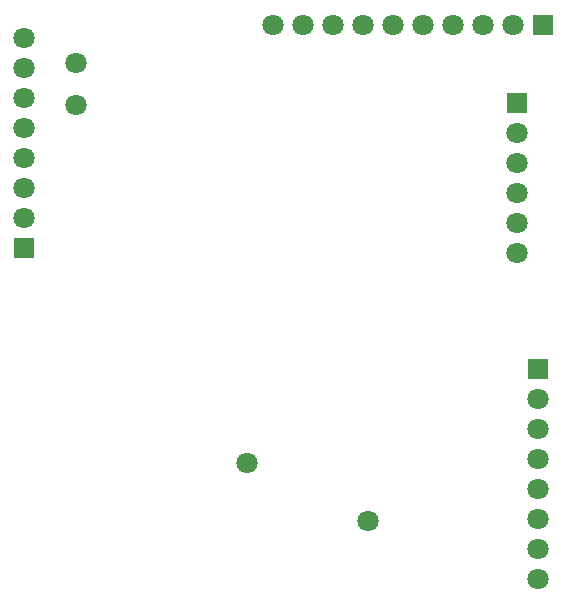
<source format=gts>
G04 #@! TF.FileFunction,Soldermask,Top*
%FSLAX46Y46*%
G04 Gerber Fmt 4.6, Leading zero omitted, Abs format (unit mm)*
G04 Created by KiCad (PCBNEW (2016-08-20 BZR 7083)-product) date Fri Jun  8 01:00:13 2018*
%MOMM*%
%LPD*%
G01*
G04 APERTURE LIST*
%ADD10C,0.100000*%
%ADD11C,1.800000*%
%ADD12R,1.800000X1.800000*%
G04 APERTURE END LIST*
D10*
D11*
X5900000Y45300000D03*
X5900000Y41700000D03*
X30600000Y6500000D03*
X20400000Y11400000D03*
X43200000Y29250000D03*
X43200000Y31790000D03*
X43200000Y34330000D03*
X43200000Y36870000D03*
D12*
X43200000Y41950000D03*
D11*
X43200000Y39410000D03*
X1500000Y47390000D03*
X1500000Y44850000D03*
X1500000Y42310000D03*
X1500000Y39770000D03*
X1500000Y37230000D03*
X1500000Y34690000D03*
D12*
X1500000Y29610000D03*
D11*
X1500000Y32150000D03*
X22570000Y48500000D03*
X25110000Y48500000D03*
X27650000Y48500000D03*
X30190000Y48500000D03*
X32730000Y48500000D03*
X35270000Y48500000D03*
X37810000Y48500000D03*
X40350000Y48500000D03*
D12*
X45430000Y48500000D03*
D11*
X42890000Y48500000D03*
X45000000Y1610000D03*
X45000000Y4150000D03*
X45000000Y6690000D03*
X45000000Y9230000D03*
X45000000Y11770000D03*
X45000000Y14310000D03*
D12*
X45000000Y19390000D03*
D11*
X45000000Y16850000D03*
M02*

</source>
